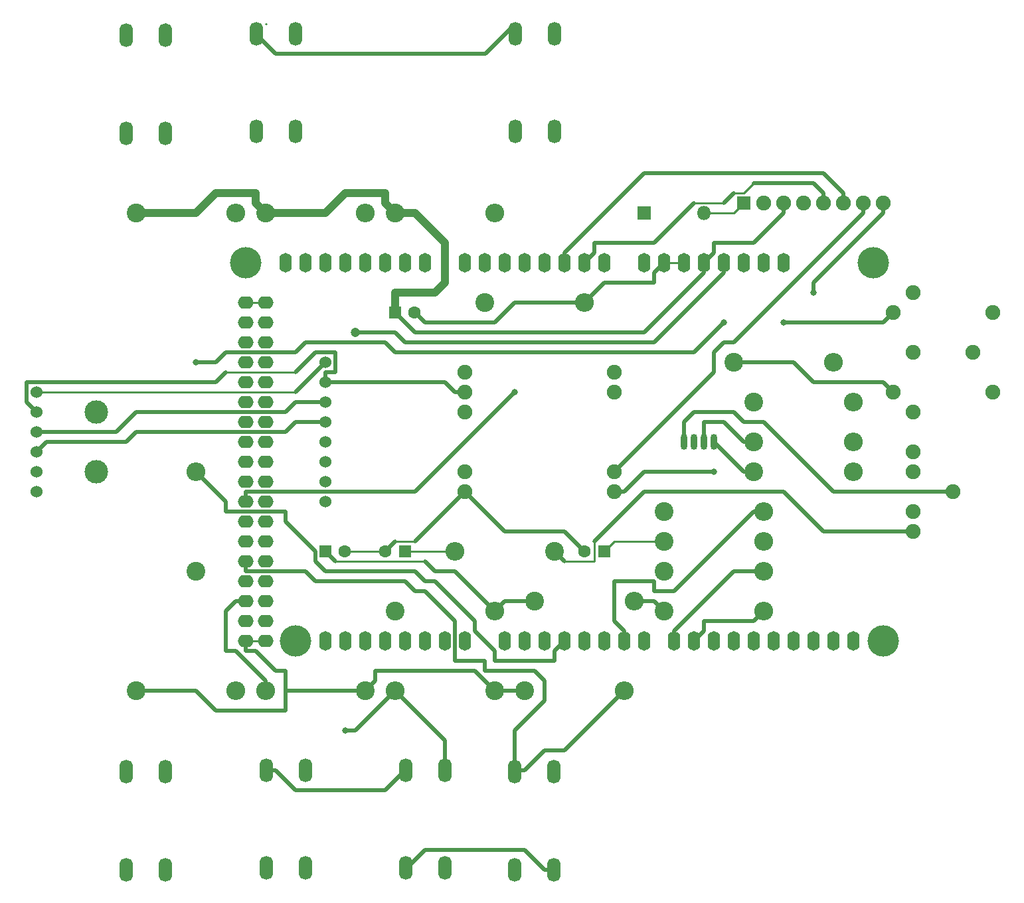
<source format=gbl>
G04 #@! TF.FileFunction,Copper,L2,Bot,Signal*
%FSLAX46Y46*%
G04 Gerber Fmt 4.6, Leading zero omitted, Abs format (unit mm)*
G04 Created by KiCad (PCBNEW 4.0.7) date 08/07/18 08:57:25*
%MOMM*%
%LPD*%
G01*
G04 APERTURE LIST*
%ADD10C,0.100000*%
%ADD11O,0.900000X2.000000*%
%ADD12C,2.400000*%
%ADD13O,2.400000X2.400000*%
%ADD14R,1.600000X1.600000*%
%ADD15C,1.600000*%
%ADD16R,1.800000X1.800000*%
%ADD17O,1.800000X1.800000*%
%ADD18C,1.900000*%
%ADD19R,1.700000X1.700000*%
%ADD20O,1.727200X3.048000*%
%ADD21C,1.524000*%
%ADD22C,3.000000*%
%ADD23O,2.000000X1.600000*%
%ADD24O,1.600000X2.500000*%
%ADD25C,4.000000*%
%ADD26C,0.800000*%
%ADD27C,1.200000*%
%ADD28C,0.250000*%
%ADD29C,0.500000*%
%ADD30C,1.000000*%
G04 APERTURE END LIST*
D10*
D11*
X207010000Y-82550000D03*
X208280000Y-82550000D03*
X205740000Y-82550000D03*
X204470000Y-82550000D03*
D12*
X213360000Y-86360000D03*
D13*
X226060000Y-86360000D03*
D12*
X213360000Y-82550000D03*
D13*
X226060000Y-82550000D03*
D12*
X213360000Y-77470000D03*
D13*
X226060000Y-77470000D03*
D14*
X167640000Y-66040000D03*
D15*
X170140000Y-66040000D03*
D14*
X194310000Y-96520000D03*
D15*
X191810000Y-96520000D03*
D14*
X158750000Y-96520000D03*
D15*
X161250000Y-96520000D03*
D14*
X168910000Y-96520000D03*
D15*
X166410000Y-96520000D03*
D16*
X199390000Y-53340000D03*
D17*
X207010000Y-53340000D03*
D18*
X233680000Y-63500000D03*
X233680000Y-71120000D03*
X233680000Y-78740000D03*
X231140000Y-66040000D03*
X231140000Y-76200000D03*
X241300000Y-71120000D03*
X243840000Y-66040000D03*
X243840000Y-76200000D03*
D19*
X212090000Y-52070000D03*
D18*
X214630000Y-52070000D03*
X217170000Y-52070000D03*
X219710000Y-52070000D03*
X222250000Y-52070000D03*
X224790000Y-52070000D03*
X227330000Y-52070000D03*
X229870000Y-52070000D03*
X233680000Y-93980000D03*
X233680000Y-91440000D03*
X233680000Y-86360000D03*
X233680000Y-83820000D03*
X238760000Y-88900000D03*
D12*
X142240000Y-99060000D03*
D13*
X142240000Y-86360000D03*
D12*
X210820000Y-72390000D03*
D13*
X223520000Y-72390000D03*
D12*
X134620000Y-114300000D03*
D13*
X147320000Y-114300000D03*
D12*
X163830000Y-114300000D03*
D13*
X151130000Y-114300000D03*
D12*
X180340000Y-114300000D03*
D13*
X167640000Y-114300000D03*
D12*
X184150000Y-114300000D03*
D13*
X196850000Y-114300000D03*
D12*
X134620000Y-53340000D03*
D13*
X147320000Y-53340000D03*
D12*
X151130000Y-53340000D03*
D13*
X163830000Y-53340000D03*
D12*
X167640000Y-53340000D03*
D13*
X180340000Y-53340000D03*
D12*
X201930000Y-91440000D03*
D13*
X214630000Y-91440000D03*
D12*
X201930000Y-95250000D03*
D13*
X214630000Y-95250000D03*
D12*
X201930000Y-99060000D03*
D13*
X214630000Y-99060000D03*
D12*
X201930000Y-104140000D03*
D13*
X214630000Y-104140000D03*
D12*
X185420000Y-102870000D03*
D13*
X198120000Y-102870000D03*
D12*
X167640000Y-104140000D03*
D13*
X180340000Y-104140000D03*
D12*
X187960000Y-96520000D03*
D13*
X175260000Y-96520000D03*
D12*
X179070000Y-64770000D03*
D13*
X191770000Y-64770000D03*
D20*
X133350000Y-124660000D03*
X138350000Y-124660000D03*
X133350000Y-137160000D03*
X138350000Y-137160000D03*
X156210000Y-136960000D03*
X151210000Y-136960000D03*
X156210000Y-124460000D03*
X151210000Y-124460000D03*
X173990000Y-136960000D03*
X168990000Y-136960000D03*
X173990000Y-124460000D03*
X168990000Y-124460000D03*
X182880000Y-124660000D03*
X187880000Y-124660000D03*
X182880000Y-137160000D03*
X187880000Y-137160000D03*
X133350000Y-30680000D03*
X138350000Y-30680000D03*
X133350000Y-43180000D03*
X138350000Y-43180000D03*
X154940000Y-42980000D03*
X149940000Y-42980000D03*
X154940000Y-30480000D03*
X149940000Y-30480000D03*
X187960000Y-42980000D03*
X182960000Y-42980000D03*
X187960000Y-30480000D03*
X182960000Y-30480000D03*
D21*
X158750000Y-80010000D03*
X158750000Y-74930000D03*
X158750000Y-77470000D03*
X158750000Y-82550000D03*
X158750000Y-85090000D03*
X158750000Y-87630000D03*
X158750000Y-90170000D03*
X158750000Y-72390000D03*
X121920000Y-76200000D03*
X121920000Y-78740000D03*
X121920000Y-81280000D03*
X121920000Y-83820000D03*
X121920000Y-86360000D03*
X121920000Y-88900000D03*
D22*
X129540000Y-86360000D03*
X129540000Y-78740000D03*
D18*
X176530000Y-73660000D03*
X176530000Y-76200000D03*
X176530000Y-78740000D03*
X176530000Y-86360000D03*
X176530000Y-88900000D03*
X195580000Y-88900000D03*
X195580000Y-86360000D03*
X195580000Y-76200000D03*
X195580000Y-73660000D03*
D23*
X148590000Y-82550000D03*
X148590000Y-85090000D03*
X148590000Y-87630000D03*
X148590000Y-90170000D03*
X148590000Y-92710000D03*
X148590000Y-95250000D03*
X148590000Y-97790000D03*
X148590000Y-100330000D03*
X148590000Y-107950000D03*
X148590000Y-80010000D03*
X148590000Y-77470000D03*
X148590000Y-74930000D03*
X148590000Y-72390000D03*
X148590000Y-69850000D03*
X148590000Y-67310000D03*
X151130000Y-107950000D03*
X151130000Y-100330000D03*
X151130000Y-97790000D03*
X151130000Y-95250000D03*
X151130000Y-92710000D03*
X151130000Y-90170000D03*
X151130000Y-87630000D03*
X151130000Y-85090000D03*
X151130000Y-82550000D03*
X151130000Y-80010000D03*
X151130000Y-77470000D03*
X151130000Y-74930000D03*
X151130000Y-72390000D03*
X151130000Y-69850000D03*
X151130000Y-67310000D03*
D24*
X158750000Y-107950000D03*
X161290000Y-107950000D03*
X163830000Y-107950000D03*
X166370000Y-107950000D03*
X168910000Y-107950000D03*
X171450000Y-107950000D03*
X173990000Y-107950000D03*
X176530000Y-107950000D03*
X181610000Y-107950000D03*
X184150000Y-107950000D03*
X186690000Y-107950000D03*
X189230000Y-107950000D03*
X191770000Y-107950000D03*
X194310000Y-107950000D03*
X196850000Y-107950000D03*
X199390000Y-107950000D03*
X203200000Y-107950000D03*
X205740000Y-107950000D03*
X208280000Y-107950000D03*
X210820000Y-107950000D03*
X213360000Y-107950000D03*
X215900000Y-107950000D03*
X218440000Y-107950000D03*
X220980000Y-107950000D03*
X223520000Y-107950000D03*
X226060000Y-107950000D03*
D23*
X148590000Y-64770000D03*
X151130000Y-64770000D03*
D24*
X158750000Y-59690000D03*
X161290000Y-59690000D03*
X163830000Y-59690000D03*
X166370000Y-59690000D03*
X168910000Y-59690000D03*
X171450000Y-59690000D03*
X176530000Y-59690000D03*
X179070000Y-59690000D03*
X181610000Y-59690000D03*
X184150000Y-59690000D03*
X186690000Y-59690000D03*
X189230000Y-59690000D03*
X191770000Y-59690000D03*
X194310000Y-59690000D03*
X201930000Y-59690000D03*
X199390000Y-59690000D03*
X153670000Y-59690000D03*
X156210000Y-59690000D03*
X204470000Y-59690000D03*
X207010000Y-59690000D03*
X209550000Y-59690000D03*
X212090000Y-59690000D03*
D25*
X154940000Y-107950000D03*
X229870000Y-107950000D03*
X148590000Y-59690000D03*
D23*
X148590000Y-105410000D03*
X148590000Y-102870000D03*
X151130000Y-105410000D03*
X151130000Y-102870000D03*
D24*
X214630000Y-59690000D03*
X217170000Y-59690000D03*
D25*
X228600000Y-59690000D03*
D26*
X142240000Y-72390000D03*
X209550000Y-67310000D03*
X217170000Y-67310000D03*
X220980000Y-63500000D03*
X208280000Y-86360000D03*
X161290000Y-119380000D03*
D27*
X162560000Y-68580000D03*
D26*
X182880000Y-76200000D03*
D28*
X151210000Y-29210000D02*
X151130000Y-29210000D01*
D29*
X207010000Y-82550000D02*
X207010000Y-80010000D01*
X212090000Y-82550000D02*
X213360000Y-82550000D01*
X209550000Y-80010000D02*
X212090000Y-82550000D01*
X207010000Y-80010000D02*
X209550000Y-80010000D01*
X208280000Y-82550000D02*
X212090000Y-86360000D01*
X212090000Y-86360000D02*
X213360000Y-86360000D01*
X149940000Y-30480000D02*
X149940000Y-30560000D01*
X149940000Y-30560000D02*
X152400000Y-33020000D01*
X179150000Y-33020000D02*
X182960000Y-29210000D01*
X152400000Y-33020000D02*
X179150000Y-33020000D01*
D28*
X138430000Y-29210000D02*
X138350000Y-29410000D01*
D29*
X204470000Y-82550000D02*
X204470000Y-80010000D01*
X223520000Y-88900000D02*
X238760000Y-88900000D01*
X214630000Y-80010000D02*
X223520000Y-88900000D01*
X212090000Y-80010000D02*
X214630000Y-80010000D01*
X210820000Y-78740000D02*
X212090000Y-80010000D01*
X205740000Y-78740000D02*
X210820000Y-78740000D01*
X204470000Y-80010000D02*
X205740000Y-78740000D01*
X158750000Y-74930000D02*
X158750000Y-73660000D01*
X158750000Y-73660000D02*
X160020000Y-73660000D01*
X160020000Y-73660000D02*
X160020000Y-71120000D01*
X160020000Y-71120000D02*
X157480000Y-71120000D01*
X157480000Y-71120000D02*
X154940000Y-73660000D01*
D28*
X154940000Y-73660000D02*
X146050000Y-73660000D01*
D29*
X146050000Y-73660000D02*
X144780000Y-74930000D01*
X144780000Y-74930000D02*
X120650000Y-74930000D01*
X120650000Y-74930000D02*
X120650000Y-77470000D01*
X120650000Y-77470000D02*
X121920000Y-78740000D01*
X176530000Y-88900000D02*
X181610000Y-93980000D01*
X189230000Y-93980000D02*
X191770000Y-96520000D01*
X181610000Y-93980000D02*
X189230000Y-93980000D01*
D28*
X191770000Y-96520000D02*
X191810000Y-96520000D01*
D29*
X176530000Y-88900000D02*
X170180000Y-95250000D01*
D28*
X170180000Y-95250000D02*
X167640000Y-95250000D01*
D29*
X167640000Y-95250000D02*
X166370000Y-96520000D01*
D28*
X166370000Y-96520000D02*
X166410000Y-96520000D01*
D29*
X191770000Y-64770000D02*
X194310000Y-62230000D01*
X200660000Y-60960000D02*
X201930000Y-59690000D01*
X200660000Y-62230000D02*
X200660000Y-60960000D01*
X194310000Y-62230000D02*
X200660000Y-62230000D01*
D28*
X170140000Y-66040000D02*
X170180000Y-66040000D01*
D29*
X170180000Y-66040000D02*
X171450000Y-67310000D01*
X182880000Y-64770000D02*
X191770000Y-64770000D01*
X180340000Y-67310000D02*
X182880000Y-64770000D01*
X171450000Y-67310000D02*
X180340000Y-67310000D01*
X176530000Y-76200000D02*
X175260000Y-76200000D01*
X173990000Y-74930000D02*
X158750000Y-74930000D01*
X175260000Y-76200000D02*
X173990000Y-74930000D01*
D28*
X168990000Y-136960000D02*
X168910000Y-137160000D01*
D29*
X168910000Y-137160000D02*
X171450000Y-134620000D01*
X186690000Y-137160000D02*
X187880000Y-137160000D01*
X184150000Y-134620000D02*
X186690000Y-137160000D01*
X171450000Y-134620000D02*
X184150000Y-134620000D01*
D28*
X168990000Y-124460000D02*
X168910000Y-124460000D01*
D29*
X168910000Y-124460000D02*
X166370000Y-127000000D01*
X152400000Y-124460000D02*
X151210000Y-124460000D01*
X154940000Y-127000000D02*
X152400000Y-124460000D01*
X166370000Y-127000000D02*
X154940000Y-127000000D01*
D28*
X138430000Y-124460000D02*
X138350000Y-124660000D01*
X166410000Y-96520000D02*
X161250000Y-96520000D01*
X151130000Y-64770000D02*
X148590000Y-64770000D01*
X201930000Y-59690000D02*
X204470000Y-59690000D01*
X194310000Y-96520000D02*
X195580000Y-95250000D01*
X195580000Y-95250000D02*
X201930000Y-95250000D01*
D29*
X201930000Y-104140000D02*
X200660000Y-102870000D01*
X200660000Y-102870000D02*
X198120000Y-102870000D01*
X180340000Y-104140000D02*
X175260000Y-99060000D01*
X175260000Y-99060000D02*
X172720000Y-99060000D01*
X172720000Y-99060000D02*
X171450000Y-97790000D01*
D28*
X171450000Y-97790000D02*
X160020000Y-97790000D01*
D29*
X160020000Y-97790000D02*
X158750000Y-96520000D01*
X180340000Y-104140000D02*
X181610000Y-102870000D01*
X181610000Y-102870000D02*
X185420000Y-102870000D01*
D28*
X168910000Y-96520000D02*
X175260000Y-96520000D01*
X212090000Y-52070000D02*
X210820000Y-53340000D01*
X210820000Y-53340000D02*
X207010000Y-53340000D01*
D29*
X231140000Y-66040000D02*
X229870000Y-67310000D01*
X144780000Y-72390000D02*
X142240000Y-72390000D01*
X146050000Y-71120000D02*
X144780000Y-72390000D01*
X154940000Y-71120000D02*
X146050000Y-71120000D01*
X156210000Y-69850000D02*
X154940000Y-71120000D01*
X166370000Y-69850000D02*
X156210000Y-69850000D01*
X167640000Y-71120000D02*
X166370000Y-69850000D01*
X205740000Y-71120000D02*
X167640000Y-71120000D01*
X209550000Y-67310000D02*
X205740000Y-71120000D01*
X229870000Y-67310000D02*
X217170000Y-67310000D01*
X231140000Y-76200000D02*
X229870000Y-74930000D01*
X218440000Y-72390000D02*
X210820000Y-72390000D01*
X220980000Y-74930000D02*
X218440000Y-72390000D01*
X229870000Y-74930000D02*
X220980000Y-74930000D01*
X222250000Y-52070000D02*
X222250000Y-50800000D01*
X222250000Y-50800000D02*
X220980000Y-49530000D01*
X220980000Y-49530000D02*
X213360000Y-49530000D01*
D28*
X213360000Y-49530000D02*
X212090000Y-50800000D01*
X212090000Y-50800000D02*
X210820000Y-50800000D01*
D29*
X210820000Y-50800000D02*
X209550000Y-52070000D01*
D28*
X209550000Y-52070000D02*
X205740000Y-52070000D01*
D29*
X205740000Y-52070000D02*
X200660000Y-57150000D01*
X200660000Y-57150000D02*
X193040000Y-57150000D01*
X193040000Y-57150000D02*
X193040000Y-58420000D01*
X193040000Y-58420000D02*
X191770000Y-59690000D01*
X189230000Y-59690000D02*
X189230000Y-58420000D01*
X224790000Y-50800000D02*
X224790000Y-52070000D01*
X222250000Y-48260000D02*
X224790000Y-50800000D01*
X199390000Y-48260000D02*
X222250000Y-48260000D01*
X189230000Y-58420000D02*
X199390000Y-48260000D01*
X227330000Y-52070000D02*
X227330000Y-53340000D01*
X208280000Y-73660000D02*
X195580000Y-86360000D01*
X208280000Y-71120000D02*
X208280000Y-73660000D01*
X209550000Y-69850000D02*
X208280000Y-71120000D01*
X210820000Y-69850000D02*
X209550000Y-69850000D01*
X227330000Y-53340000D02*
X210820000Y-69850000D01*
X195580000Y-88900000D02*
X196850000Y-88900000D01*
X229870000Y-53340000D02*
X229870000Y-52070000D01*
X220980000Y-62230000D02*
X229870000Y-53340000D01*
X220980000Y-63500000D02*
X220980000Y-62230000D01*
X199390000Y-86360000D02*
X208280000Y-86360000D01*
X196850000Y-88900000D02*
X199390000Y-86360000D01*
X187960000Y-96520000D02*
X189230000Y-97790000D01*
D28*
X189230000Y-97790000D02*
X193040000Y-97790000D01*
X193040000Y-97790000D02*
X193040000Y-95250000D01*
D29*
X193040000Y-95250000D02*
X199390000Y-88900000D01*
X199390000Y-88900000D02*
X217170000Y-88900000D01*
X217170000Y-88900000D02*
X222250000Y-93980000D01*
X222250000Y-93980000D02*
X233680000Y-93980000D01*
X151130000Y-114300000D02*
X151130000Y-113030000D01*
X151130000Y-113030000D02*
X147320000Y-109220000D01*
X147320000Y-109220000D02*
X146050000Y-109220000D01*
X146050000Y-109220000D02*
X146050000Y-104140000D01*
X146050000Y-104140000D02*
X147320000Y-102870000D01*
X147320000Y-102870000D02*
X148590000Y-102870000D01*
D28*
X173990000Y-124460000D02*
X173990000Y-123190000D01*
D29*
X173990000Y-121920000D02*
X173990000Y-123190000D01*
X167640000Y-114300000D02*
X172720000Y-119380000D01*
D28*
X171450000Y-118110000D02*
X167640000Y-114300000D01*
X172720000Y-119380000D02*
X171450000Y-118110000D01*
D29*
X171450000Y-118110000D02*
X168910000Y-115570000D01*
X173990000Y-121920000D02*
X173990000Y-120650000D01*
X173990000Y-120650000D02*
X172720000Y-119380000D01*
X167640000Y-114300000D02*
X162560000Y-119380000D01*
X162560000Y-119380000D02*
X161290000Y-119380000D01*
X182880000Y-124660000D02*
X182880000Y-119380000D01*
X148590000Y-99060000D02*
X148590000Y-97790000D01*
X156210000Y-99060000D02*
X148590000Y-99060000D01*
X157480000Y-100330000D02*
X156210000Y-99060000D01*
X168910000Y-100330000D02*
X157480000Y-100330000D01*
X170180000Y-101600000D02*
X168910000Y-100330000D01*
X171450000Y-101600000D02*
X170180000Y-101600000D01*
X175260000Y-105410000D02*
X171450000Y-101600000D01*
X175260000Y-110490000D02*
X175260000Y-105410000D01*
X179070000Y-110490000D02*
X175260000Y-110490000D01*
X179070000Y-111760000D02*
X179070000Y-110490000D01*
X185420000Y-111760000D02*
X179070000Y-111760000D01*
X186690000Y-113030000D02*
X185420000Y-111760000D01*
X186690000Y-115570000D02*
X186690000Y-113030000D01*
X182880000Y-119380000D02*
X186690000Y-115570000D01*
X196850000Y-114300000D02*
X189230000Y-121920000D01*
X184150000Y-124460000D02*
X182880000Y-124460000D01*
X186690000Y-121920000D02*
X184150000Y-124460000D01*
X189230000Y-121920000D02*
X186690000Y-121920000D01*
D28*
X182880000Y-124460000D02*
X182880000Y-124660000D01*
D29*
X196850000Y-107950000D02*
X196850000Y-106680000D01*
X196850000Y-106680000D02*
X195580000Y-105410000D01*
X195580000Y-105410000D02*
X195580000Y-100330000D01*
X195580000Y-100330000D02*
X200660000Y-100330000D01*
X200660000Y-100330000D02*
X200660000Y-101600000D01*
X200660000Y-101600000D02*
X203200000Y-101600000D01*
X203200000Y-101600000D02*
X213360000Y-91440000D01*
X213360000Y-91440000D02*
X214630000Y-91440000D01*
X203200000Y-107950000D02*
X203200000Y-106680000D01*
X210820000Y-99060000D02*
X214630000Y-99060000D01*
X203200000Y-106680000D02*
X210820000Y-99060000D01*
X214630000Y-104140000D02*
X213360000Y-105410000D01*
X207010000Y-106680000D02*
X205740000Y-107950000D01*
X207010000Y-105410000D02*
X207010000Y-106680000D01*
X213360000Y-105410000D02*
X207010000Y-105410000D01*
X189230000Y-107950000D02*
X187960000Y-109220000D01*
X146050000Y-90170000D02*
X142240000Y-86360000D01*
X146050000Y-91440000D02*
X146050000Y-90170000D01*
X153670000Y-91440000D02*
X146050000Y-91440000D01*
X153670000Y-92710000D02*
X153670000Y-91440000D01*
X157480000Y-96520000D02*
X153670000Y-92710000D01*
X157480000Y-97790000D02*
X157480000Y-96520000D01*
X158750000Y-99060000D02*
X157480000Y-97790000D01*
X170180000Y-99060000D02*
X158750000Y-99060000D01*
X171450000Y-100330000D02*
X170180000Y-99060000D01*
X172720000Y-100330000D02*
X171450000Y-100330000D01*
X177800000Y-105410000D02*
X172720000Y-100330000D01*
X177800000Y-106680000D02*
X177800000Y-105410000D01*
X180340000Y-109220000D02*
X177800000Y-106680000D01*
X180340000Y-110490000D02*
X180340000Y-109220000D01*
X187960000Y-110490000D02*
X180340000Y-110490000D01*
X187960000Y-109220000D02*
X187960000Y-110490000D01*
X121920000Y-81280000D02*
X132080000Y-81280000D01*
X154940000Y-77470000D02*
X158750000Y-77470000D01*
X153670000Y-78740000D02*
X154940000Y-77470000D01*
X134620000Y-78740000D02*
X153670000Y-78740000D01*
X132080000Y-81280000D02*
X134620000Y-78740000D01*
X121920000Y-83820000D02*
X123190000Y-82550000D01*
X154940000Y-80010000D02*
X158750000Y-80010000D01*
X153670000Y-81280000D02*
X154940000Y-80010000D01*
X134620000Y-81280000D02*
X153670000Y-81280000D01*
X133350000Y-82550000D02*
X134620000Y-81280000D01*
X123190000Y-82550000D02*
X133350000Y-82550000D01*
X209550000Y-59690000D02*
X209550000Y-60960000D01*
X167640000Y-68580000D02*
X162560000Y-68580000D01*
X168910000Y-69850000D02*
X167640000Y-68580000D01*
X200660000Y-69850000D02*
X168910000Y-69850000D01*
X209550000Y-60960000D02*
X200660000Y-69850000D01*
X158750000Y-72390000D02*
X154940000Y-76200000D01*
D28*
X154940000Y-76200000D02*
X121920000Y-76200000D01*
D29*
X182880000Y-76200000D02*
X170180000Y-88900000D01*
X170180000Y-88900000D02*
X148590000Y-88900000D01*
X148590000Y-88900000D02*
X148590000Y-90170000D01*
D30*
X167640000Y-66040000D02*
X167640000Y-63500000D01*
X167640000Y-63500000D02*
X168910000Y-63500000D01*
X168910000Y-63500000D02*
X172720000Y-63500000D01*
X172720000Y-63500000D02*
X173990000Y-62230000D01*
X173990000Y-62230000D02*
X173990000Y-57150000D01*
X173990000Y-57150000D02*
X170180000Y-53340000D01*
X170180000Y-53340000D02*
X167640000Y-53340000D01*
D29*
X153670000Y-114300000D02*
X163830000Y-114300000D01*
X207010000Y-59690000D02*
X207010000Y-60960000D01*
X170180000Y-68580000D02*
X167640000Y-66040000D01*
X199390000Y-68580000D02*
X170180000Y-68580000D01*
X207010000Y-60960000D02*
X199390000Y-68580000D01*
X217170000Y-52070000D02*
X217170000Y-53340000D01*
X208280000Y-58420000D02*
X207010000Y-59690000D01*
X208280000Y-57150000D02*
X208280000Y-58420000D01*
X213360000Y-57150000D02*
X208280000Y-57150000D01*
X217170000Y-53340000D02*
X213360000Y-57150000D01*
X148590000Y-107950000D02*
X148590000Y-109220000D01*
X148590000Y-109220000D02*
X149860000Y-109220000D01*
X149860000Y-109220000D02*
X152400000Y-111760000D01*
X152400000Y-111760000D02*
X153670000Y-111760000D01*
X153670000Y-111760000D02*
X153670000Y-114300000D01*
X153670000Y-114300000D02*
X153670000Y-116840000D01*
X153670000Y-116840000D02*
X144780000Y-116840000D01*
X144780000Y-116840000D02*
X142240000Y-114300000D01*
X142240000Y-114300000D02*
X134620000Y-114300000D01*
D30*
X167640000Y-53340000D02*
X166370000Y-52070000D01*
X166370000Y-52070000D02*
X166370000Y-50800000D01*
X166370000Y-50800000D02*
X161290000Y-50800000D01*
X161290000Y-50800000D02*
X158750000Y-53340000D01*
X158750000Y-53340000D02*
X151130000Y-53340000D01*
X151130000Y-53340000D02*
X149860000Y-52070000D01*
X142240000Y-53340000D02*
X134620000Y-53340000D01*
X144780000Y-50800000D02*
X142240000Y-53340000D01*
X149860000Y-50800000D02*
X144780000Y-50800000D01*
X149860000Y-52070000D02*
X149860000Y-50800000D01*
D29*
X180340000Y-114300000D02*
X177800000Y-111760000D01*
X177800000Y-111760000D02*
X165100000Y-111760000D01*
X165100000Y-111760000D02*
X165100000Y-113030000D01*
X165100000Y-113030000D02*
X163830000Y-114300000D01*
X180340000Y-114300000D02*
X184150000Y-114300000D01*
D28*
X151130000Y-107950000D02*
X148590000Y-107950000D01*
M02*

</source>
